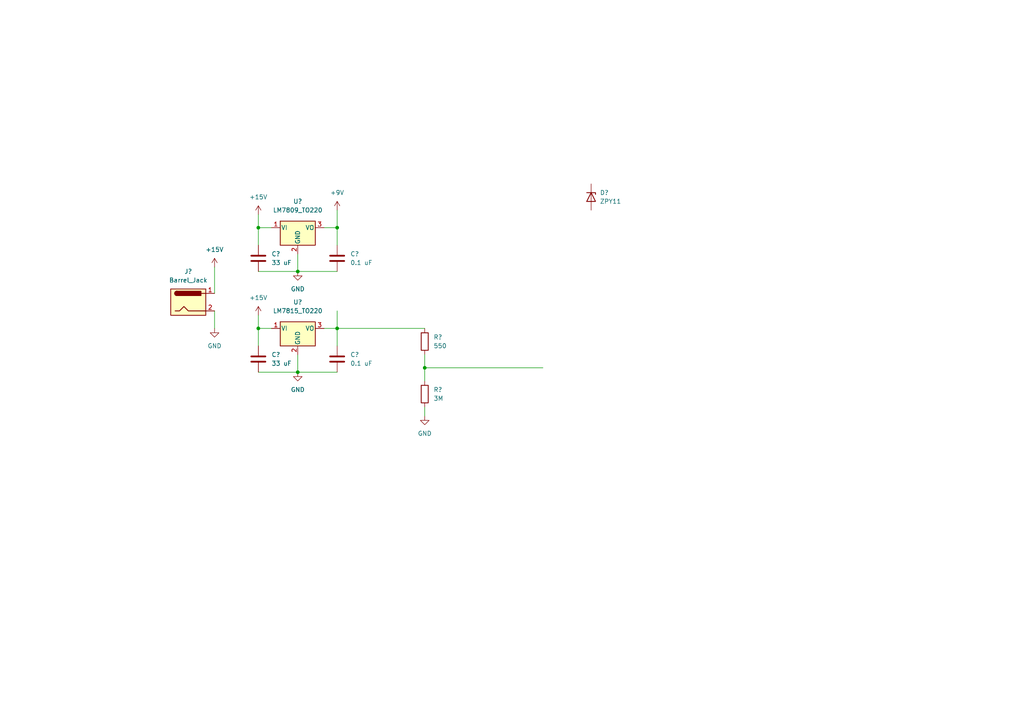
<source format=kicad_sch>
(kicad_sch (version 20211123) (generator eeschema)
  (paper "A4")
  (title_block (title "PSU AC_HB3"))
  (lib_symbols
    (symbol "Connector:Barrel_Jack" (pin_names (offset 1.016))
      (property "Reference" "J" (at 0 5.334 0))
      (property "Value" "Barrel_Jack" (at 0 -5.08 0))
      (symbol "Barrel_Jack_0_1"
        (rectangle (start -5.08 3.81) (end 5.08 -3.81) (stroke (width 0.254)) (fill (type background)))
        (arc (start -3.302 3.175) (mid -3.937 2.54) (end -3.302 1.905) (stroke (width 0.254)))
        (arc (start -3.302 3.175) (mid -3.937 2.54) (end -3.302 1.905) (stroke (width 0.254)) (fill (type outline)))
        (polyline (pts (xy 5.08 2.54) (xy 3.81 2.54)) (stroke (width 0.254)))
        (polyline (pts (xy -3.81 -2.54) (xy -2.54 -2.54) (xy -1.27 -1.27) (xy 0 -2.54) (xy 2.54 -2.54) (xy 5.08 -2.54)) (stroke (width 0.254)))
        (rectangle (start 3.683 3.175) (end -3.302 1.905) (stroke (width 0.254)) (fill (type outline)))
      )
      (symbol "Barrel_Jack_1_1"
        (pin passive line (at 7.62 2.54 180) (length 2.54) (name "~") (number "1"))
        (pin passive line (at 7.62 -2.54 180) (length 2.54) (name "~") (number "2"))
      )
    )
    (symbol "Device:C" (pin_numbers hide) (pin_names (offset 0.254))
      (property "Reference" "C" (at 0.635 2.54 0))
      (property "Value" "C" (at 0.635 -2.54 0))
      (symbol "C_0_1"
        (polyline (pts (xy -2.032 -0.762) (xy 2.032 -0.762)) (stroke (width 0.508)))
        (polyline (pts (xy -2.032 0.762) (xy 2.032 0.762)) (stroke (width 0.508)))
      )
      (symbol "C_1_1"
        (pin passive line (at 0 3.81 270) (length 2.794) (name "~") (number "1"))
        (pin passive line (at 0 -3.81 90) (length 2.794) (name "~") (number "2"))
      )
    )
    (symbol "Device:R" (pin_numbers hide) (pin_names (offset 0))
      (property "Reference" "R" (at 2.032 0 90))
      (property "Value" "R" (at 0 0 90))
      (symbol "R_0_1"
        (rectangle (start -1.016 -2.54) (end 1.016 2.54) (stroke (width 0.254)))
      )
      (symbol "R_1_1"
        (pin passive line (at 0 3.81 270) (length 1.27) (name "~") (number "1"))
        (pin passive line (at 0 -3.81 90) (length 1.27) (name "~") (number "2"))
      )
    )
    (symbol "Diode:ZPYxx" (pin_numbers hide) (pin_names hide)
      (property "Reference" "D" (at 0 2.54 0))
      (property "Value" "ZPYxx" (at 0 -2.54 0))
      (symbol "ZPYxx_0_1"
        (polyline (pts (xy 1.27 0) (xy -1.27 0)))
        (polyline (pts (xy -1.27 -1.27) (xy -1.27 1.27) (xy -0.762 1.27)) (stroke (width 0.254)))
        (polyline (pts (xy 1.27 -1.27) (xy 1.27 1.27) (xy -1.27 0) (xy 1.27 -1.27)) (stroke (width 0.254)))
      )
      (symbol "ZPYxx_1_1"
        (pin passive line (at -3.81 0 0) (length 2.54) (name "K") (number "1"))
        (pin passive line (at 3.81 0 180) (length 2.54) (name "A") (number "2"))
      )
    )
    (symbol "Regulator_Linear:LM7809_TO220" (pin_names (offset 0.254))
      (property "Reference" "U" (at -3.81 3.175 0))
      (property "Value" "LM7809_TO220" (at 0 3.175 0))
      (symbol "LM7809_TO220_0_1"
        (rectangle (start -5.08 1.905) (end 5.08 -5.08) (stroke (width 0.254)) (fill (type background)))
      )
      (symbol "LM7809_TO220_1_1"
        (pin power_in line (at -7.62 0 0) (length 2.54) (name "VI") (number "1"))
        (pin power_in line (at 0 -7.62 90) (length 2.54) (name "GND") (number "2"))
        (pin power_out line (at 7.62 0 180) (length 2.54) (name "VO") (number "3"))
      )
    )
    (symbol "Regulator_Linear:LM7815_TO220" (pin_names (offset 0.254))
      (property "Reference" "U" (at -3.81 3.175 0))
      (property "Value" "LM7815_TO220" (at 0 3.175 0))
      (symbol "LM7815_TO220_0_1"
        (rectangle (start -5.08 1.905) (end 5.08 -5.08) (stroke (width 0.254)) (fill (type background)))
      )
      (symbol "LM7815_TO220_1_1"
        (pin power_in line (at -7.62 0 0) (length 2.54) (name "VI") (number "1"))
        (pin power_in line (at 0 -7.62 90) (length 2.54) (name "GND") (number "2"))
        (pin power_out line (at 7.62 0 180) (length 2.54) (name "VO") (number "3"))
      )
    )
    (symbol "power:+15V" (power) (pin_names (offset 0))
      (property "Value" "+15V" (at 0 3.556 0))
      (symbol "+15V_0_1"
        (polyline (pts (xy -0.762 1.27) (xy 0 2.54)))
        (polyline (pts (xy 0 0) (xy 0 2.54)))
        (polyline (pts (xy 0 2.54) (xy 0.762 1.27)))
      )
      (symbol "+15V_1_1"
        (pin power_in line (at 0 0 90) (length 0) hide (name "+15V") (number "1"))
      )
    )
    (symbol "power:+9V" (power) (pin_names (offset 0))
      (property "Value" "+9V" (at 0 3.556 0))
      (symbol "+9V_0_1"
        (polyline (pts (xy -0.762 1.27) (xy 0 2.54)))
        (polyline (pts (xy 0 0) (xy 0 2.54)))
        (polyline (pts (xy 0 2.54) (xy 0.762 1.27)))
      )
      (symbol "+9V_1_1"
        (pin power_in line (at 0 0 90) (length 0) hide (name "+9V") (number "1"))
      )
    )
    (symbol "power:GND" (power) (pin_names (offset 0))
      (property "Value" "GND" (at 0 -3.81 0))
      (symbol "GND_0_1"
        (polyline (pts (xy 0 0) (xy 0 -1.27) (xy 1.27 -1.27) (xy 0 -2.54) (xy -1.27 -1.27) (xy 0 -1.27)))
      )
      (symbol "GND_1_1"
        (pin power_in line (at 0 0 270) (length 0) hide (name "GND") (number "1"))
      )
    )
  )
  (junction (at 86.36 78.74))
  (junction (at 86.36 107.95))
  (junction (at 74.93 95.25))
  (junction (at 97.79 66.04))
  (junction (at 123.19 106.68))
  (junction (at 97.79 95.25))
  (junction (at 74.93 66.04))
  (wire (pts (xy 74.93 95.25) (xy 74.93 100.33)))
  (wire (pts (xy 97.79 95.25) (xy 97.79 100.33)))
  (wire (pts (xy 86.36 78.74) (xy 97.79 78.74)))
  (wire (pts (xy 74.93 91.44) (xy 74.93 95.25)))
  (wire (pts (xy 97.79 60.96) (xy 97.79 66.04)))
  (wire (pts (xy 78.74 66.04) (xy 74.93 66.04)))
  (wire (pts (xy 78.74 95.25) (xy 74.93 95.25)))
  (wire (pts (xy 97.79 90.17) (xy 97.79 95.25)))
  (wire (pts (xy 123.19 106.68) (xy 123.19 110.49)))
  (wire (pts (xy 74.93 66.04) (xy 74.93 71.12)))
  (wire (pts (xy 123.19 106.68) (xy 157.48 106.68)))
  (wire (pts (xy 97.79 95.25) (xy 123.19 95.25)))
  (wire (pts (xy 97.79 66.04) (xy 97.79 71.12)))
  (wire (pts (xy 74.93 62.23) (xy 74.93 66.04)))
  (wire (pts (xy 86.36 73.66) (xy 86.36 78.74)))
  (wire (pts (xy 123.19 102.87) (xy 123.19 106.68)))
  (wire (pts (xy 62.23 77.47) (xy 62.23 85.09)))
  (wire (pts (xy 86.36 102.87) (xy 86.36 107.95)))
  (wire (pts (xy 93.98 66.04) (xy 97.79 66.04)))
  (wire (pts (xy 93.98 95.25) (xy 97.79 95.25)))
  (wire (pts (xy 86.36 107.95) (xy 97.79 107.95)))
  (wire (pts (xy 123.19 118.11) (xy 123.19 120.65)))
  (wire (pts (xy 62.23 90.17) (xy 62.23 95.25)))
  (wire (pts (xy 74.93 78.74) (xy 86.36 78.74)))
  (wire (pts (xy 74.93 107.95) (xy 86.36 107.95)))
  (symbol (lib_id "power:+9V") (at 97.79 60.96 0) (unit 1)
    (property "Reference" "#PWR?" (effects hide))
    (property "Value" "+9V" (at 97.79 55.88 0))
  )
  (symbol (lib_id "Regulator_Linear:LM7815_TO220") (at 86.36 95.25 0) (unit 1)
    (property "Reference" "U?" (at 86.36 87.63 0))
    (property "Value" "LM7815_TO220" (at 86.36 90.17 0))
    (property "Footprint" "Package_TO_SOT_THT:TO-220-3_Vertical" (effects hide))
    (property "Datasheet" "https://www.onsemi.cn/PowerSolutions/document/MC7800-D.PDF" (effects hide))
  )
  (symbol (lib_id "Device:C") (at 74.93 74.93 0) (unit 1)
    (property "Reference" "C?" (at 78.74 73.6599 0) (effects (justify left)))
    (property "Value" "33 uF" (at 78.74 76.1999 0) (effects (justify left)))
  )
  (symbol (lib_id "Device:R") (at 123.19 114.3 0) (unit 1)
    (property "Reference" "R?" (at 125.73 113.0299 0) (effects (justify left)))
    (property "Value" "3M" (at 125.73 115.5699 0) (effects (justify left)))
  )
  (symbol (lib_id "power:GND") (at 62.23 95.25 0) (unit 1)
    (property "Reference" "#PWR?" (effects hide))
    (property "Value" "GND" (at 62.23 100.33 0))
  )
  (symbol (lib_id "power:+15V") (at 74.93 62.23 0) (unit 1)
    (property "Reference" "#PWR?" (effects hide))
    (property "Value" "+15V" (at 74.93 57.15 0))
  )
  (symbol (lib_id "Device:R") (at 123.19 99.06 0) (unit 1)
    (property "Reference" "R?" (at 125.73 97.7899 0) (effects (justify left)))
    (property "Value" "550" (at 125.73 100.3299 0) (effects (justify left)))
  )
  (symbol (lib_id "Device:C") (at 97.79 104.14 0) (unit 1)
    (property "Reference" "C?" (at 101.6 102.8699 0) (effects (justify left)))
    (property "Value" "0.1 uF" (at 101.6 105.4099 0) (effects (justify left)))
  )
  (symbol (lib_id "Device:C") (at 97.79 74.93 0) (unit 1)
    (property "Reference" "C?" (at 101.6 73.6599 0) (effects (justify left)))
    (property "Value" "0.1 uF" (at 101.6 76.1999 0) (effects (justify left)))
  )
  (symbol (lib_id "Regulator_Linear:LM7809_TO220") (at 86.36 66.04 0) (unit 1)
    (property "Reference" "U?" (at 86.36 58.42 0))
    (property "Value" "LM7809_TO220" (at 86.36 60.96 0))
    (property "Footprint" "Package_TO_SOT_THT:TO-220-3_Vertical" (effects hide))
    (property "Datasheet" "https://www.onsemi.cn/PowerSolutions/document/MC7800-D.PDF" (effects hide))
  )
  (symbol (lib_id "Diode:ZPYxx") (at 171.45 57.15 270) (unit 1)
    (property "Reference" "D?" (at 173.99 55.8799 90) (effects (justify left)))
    (property "Value" "ZPY11" (at 173.99 58.4199 90) (effects (justify left)))
    (property "Footprint" "Diode_THT:D_DO-41_SOD81_P10.16mm_Horizontal" (effects hide))
    (property "Datasheet" "http://www.vishay.com/docs/85790/zpy3v9.pdf" (effects hide))
  )
  (symbol (lib_id "power:+15V") (at 74.93 91.44 0) (unit 1)
    (property "Reference" "#PWR?" (effects hide))
    (property "Value" "+15V" (at 74.93 86.36 0))
  )
  (symbol (lib_id "power:GND") (at 123.19 120.65 0) (unit 1)
    (property "Reference" "#PWR?" (effects hide))
    (property "Value" "GND" (at 123.19 125.73 0))
  )
  (symbol (lib_id "power:GND") (at 86.36 78.74 0) (unit 1)
    (property "Reference" "#PWR?" (effects hide))
    (property "Value" "GND" (at 86.36 83.82 0))
  )
  (symbol (lib_id "Connector:Barrel_Jack") (at 54.61 87.63 0) (unit 1)
    (property "Reference" "J?" (at 54.61 78.74 0))
    (property "Value" "Barrel_Jack" (at 54.61 81.28 0))
    (property "Footprint" "Connector_BarrelJack:BarrelJack_SwitchcraftConxall_RAPC10U_Horizontal" (effects hide))
  )
  (symbol (lib_id "Device:C") (at 74.93 104.14 0) (unit 1)
    (property "Reference" "C?" (at 78.74 102.8699 0) (effects (justify left)))
    (property "Value" "33 uF" (at 78.74 105.4099 0) (effects (justify left)))
  )
  (symbol (lib_id "power:+15V") (at 62.23 77.47 0) (unit 1)
    (property "Reference" "#PWR?" (effects hide))
    (property "Value" "+15V" (at 62.23 72.39 0))
  )
  (symbol (lib_id "power:GND") (at 86.36 107.95 0) (unit 1)
    (property "Reference" "#PWR?" (effects hide))
    (property "Value" "GND" (at 86.36 113.03 0))
  )
)
</source>
